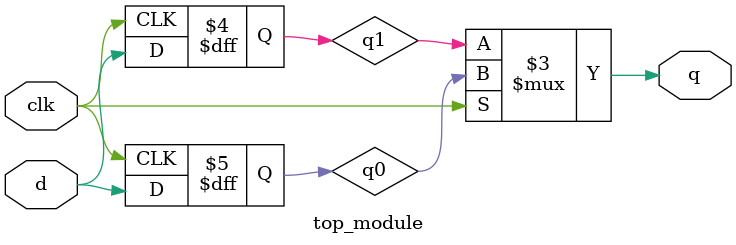
<source format=v>
module top_module (
    input clk,
    input d,
    output q
);
    reg q0, q1;
    
    always@(posedge clk) begin
        q0 <= d;
    end
    
    always@(negedge clk) begin
        q1 <= d;
    end
    
    assign q = clk?q0:q1;
endmodule

</source>
